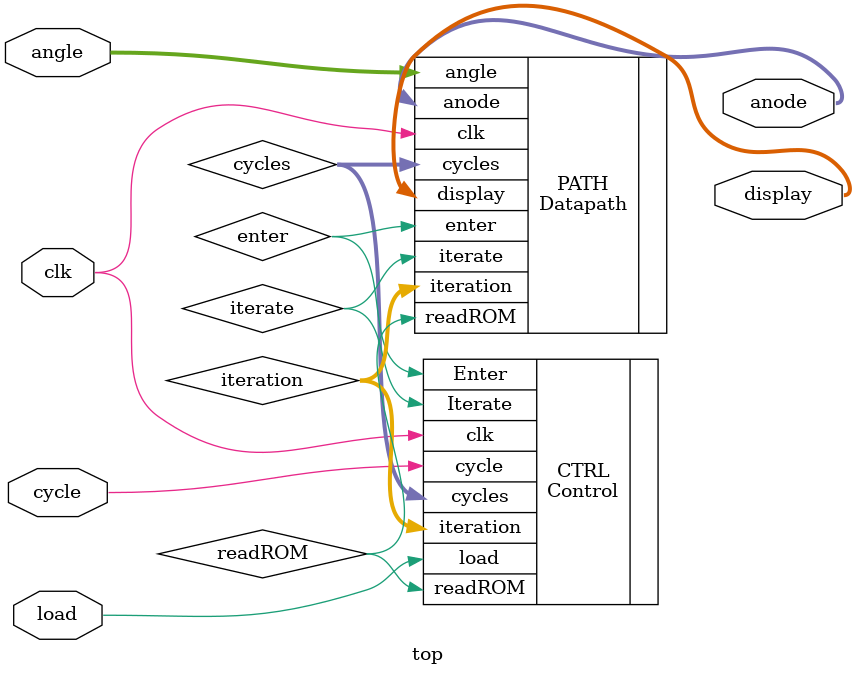
<source format=v>
`timescale 1ns / 1ps


module top(input load, cycle, clk, input[15:0] angle, output[3:0]anode, output[7:0]display);

    wire enter, iterate, readROM;
    wire[3:0] iteration;
    wire[4:0] cycles; 
    
    Control CTRL (.load(load), .cycle(cycle), .clk(clk), .Enter(enter), .cycles(cycles), .readROM(readROM),
                  .Iterate(iterate), .iteration(iteration));
    Datapath PATH (.angle(angle), .iteration(iteration), .clk(clk), .enter(enter), .readROM(readROM),
                   .iterate(iterate), .display(display), .anode(anode), .cycles(cycles));

endmodule

</source>
